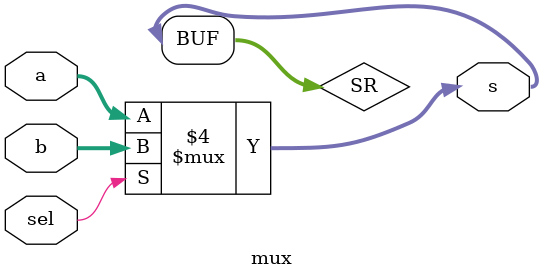
<source format=v>
`timescale 1ns / 1ps
module mux (
    input sel,
    input [3:0] a,
    input [3:0] b,
    output [3:0] s
);
    reg [3:0] SR;
    always @(sel or a or b)
    begin
        if(sel == 1'b0)
        SR=a;
        else
        SR=b;
    end
    assign s=SR;
endmodule

</source>
